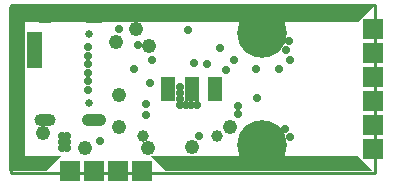
<source format=gbs>
G04*
G04 #@! TF.GenerationSoftware,Altium Limited,Altium Designer,22.9.1 (49)*
G04*
G04 Layer_Color=16711935*
%FSLAX25Y25*%
%MOIN*%
G70*
G04*
G04 #@! TF.SameCoordinates,E7B6729E-600D-4C31-B664-834E27CDD885*
G04*
G04*
G04 #@! TF.FilePolarity,Negative*
G04*
G01*
G75*
%ADD12C,0.01000*%
%ADD55R,0.06800X0.06800*%
%ADD56R,0.06800X0.06800*%
%ADD57C,0.16548*%
%ADD58C,0.02559*%
G04:AMPARAMS|DCode=59|XSize=39.37mil|YSize=82.68mil|CornerRadius=19.68mil|HoleSize=0mil|Usage=FLASHONLY|Rotation=270.000|XOffset=0mil|YOffset=0mil|HoleType=Round|Shape=RoundedRectangle|*
%AMROUNDEDRECTD59*
21,1,0.03937,0.04331,0,0,270.0*
21,1,0.00000,0.08268,0,0,270.0*
1,1,0.03937,-0.02165,0.00000*
1,1,0.03937,-0.02165,0.00000*
1,1,0.03937,0.02165,0.00000*
1,1,0.03937,0.02165,0.00000*
%
%ADD59ROUNDEDRECTD59*%
G04:AMPARAMS|DCode=60|XSize=39.37mil|YSize=70.87mil|CornerRadius=19.68mil|HoleSize=0mil|Usage=FLASHONLY|Rotation=270.000|XOffset=0mil|YOffset=0mil|HoleType=Round|Shape=RoundedRectangle|*
%AMROUNDEDRECTD60*
21,1,0.03937,0.03150,0,0,270.0*
21,1,0.00000,0.07087,0,0,270.0*
1,1,0.03937,-0.01575,0.00000*
1,1,0.03937,-0.01575,0.00000*
1,1,0.03937,0.01575,0.00000*
1,1,0.03937,0.01575,0.00000*
%
%ADD60ROUNDEDRECTD60*%
%ADD61C,0.03950*%
%ADD62C,0.02800*%
%ADD63C,0.04800*%
%ADD72R,0.04737X0.08280*%
G36*
X331999Y245926D02*
X327020D01*
Y257980D01*
X331999D01*
Y245926D01*
D02*
G37*
G36*
X338494Y216498D02*
X338492Y216500D01*
X338489D01*
X338493Y216505D01*
X338494Y216498D01*
D02*
G37*
G36*
X442499Y211401D02*
X373576D01*
X368478Y216499D01*
X368481Y216498D01*
X368484Y216500D01*
X437399D01*
X442499Y211401D01*
D02*
G37*
G36*
X437500Y261300D02*
X326300D01*
Y216500D01*
X338489D01*
X333388Y211399D01*
Y211392D01*
X321208D01*
X321200Y211400D01*
Y266300D01*
X442500D01*
X437500Y261300D01*
D02*
G37*
D12*
X321700Y210908D02*
Y266782D01*
X442992D01*
Y210908D02*
Y266782D01*
X321700Y210908D02*
X442992D01*
D55*
X341480Y211417D02*
D03*
X349480D02*
D03*
X365480D02*
D03*
X357480D02*
D03*
D56*
X442500Y218752D02*
D03*
Y250748D02*
D03*
Y226752D02*
D03*
Y234750D02*
D03*
Y242750D02*
D03*
Y258748D02*
D03*
D57*
X405512Y220276D02*
D03*
Y257480D02*
D03*
D58*
X347602Y234322D02*
D03*
Y257078D02*
D03*
D59*
X349570Y228692D02*
D03*
Y262708D02*
D03*
D60*
X333113Y228692D02*
D03*
Y262708D02*
D03*
D61*
X390256Y223043D02*
D03*
X365650D02*
D03*
D62*
X384389Y223292D02*
D03*
X362672Y245650D02*
D03*
X414726Y248604D02*
D03*
X411121Y245545D02*
D03*
X403900Y235724D02*
D03*
X383858Y233465D02*
D03*
X377953Y239370D02*
D03*
Y237402D02*
D03*
Y235433D02*
D03*
X391492Y252486D02*
D03*
X380600Y258600D02*
D03*
X396035Y248537D02*
D03*
X393498Y245193D02*
D03*
X340551Y219291D02*
D03*
X351414Y221542D02*
D03*
X338779Y223228D02*
D03*
X340551D02*
D03*
X366880Y233891D02*
D03*
X366895Y230316D02*
D03*
X347441Y249863D02*
D03*
Y247123D02*
D03*
Y252975D02*
D03*
Y238568D02*
D03*
Y244300D02*
D03*
X368100Y241000D02*
D03*
X377953Y233465D02*
D03*
X414485Y254731D02*
D03*
X413184Y225662D02*
D03*
X413323Y251860D02*
D03*
X387221Y247289D02*
D03*
X382725Y247410D02*
D03*
X368600Y248500D02*
D03*
X414581Y222837D02*
D03*
X397311Y230438D02*
D03*
X397390Y233125D02*
D03*
X338779Y221260D02*
D03*
X347441Y241400D02*
D03*
X357900Y259000D02*
D03*
X363963Y253553D02*
D03*
X403500Y245600D02*
D03*
X381890Y233465D02*
D03*
X379921D02*
D03*
X340551Y221260D02*
D03*
X338779Y219291D02*
D03*
D63*
X357672Y226322D02*
D03*
X357608Y237018D02*
D03*
X346419Y219051D02*
D03*
X332500Y224224D02*
D03*
X367280Y219309D02*
D03*
X394700Y226201D02*
D03*
X382160Y219497D02*
D03*
X367652Y253038D02*
D03*
X363300Y259000D02*
D03*
X356706Y254481D02*
D03*
D72*
X389882Y238988D02*
D03*
X382008D02*
D03*
X374134D02*
D03*
M02*

</source>
